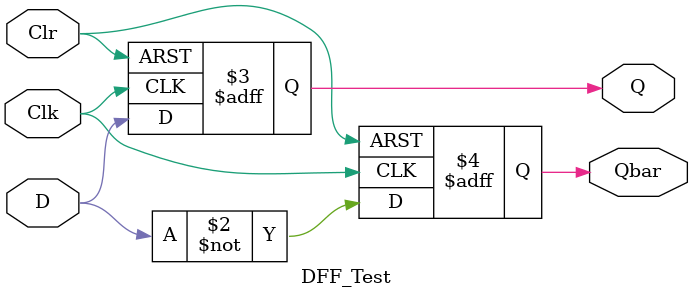
<source format=sv>
`timescale 1ns / 1ps


module DFF_Test(
    input Clk,
    input Clr,
    input D,
    output logic Q,
    output logic Qbar
    );
    
    always_ff @(posedge Clk or posedge Clr) begin
        if (Clr) begin
            Q <= 1'b0;
            Qbar <= 1'b1;
        end
        else begin
            Q <= D;
            Qbar <= ~D;
        end
    end
endmodule

</source>
